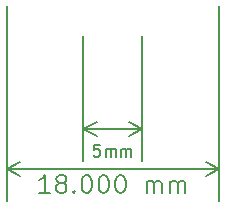
<source format=gbr>
G04 (created by PCBNEW (2013-09-24 BZR 4347)-product) date Wed 25 Sep 2013 05:43:51 PM CEST*
%MOIN*%
G04 Gerber Fmt 3.4, Leading zero omitted, Abs format*
%FSLAX34Y34*%
G01*
G70*
G90*
G04 APERTURE LIST*
%ADD10C,0.005906*%
%ADD11C,0.007874*%
G04 APERTURE END LIST*
G54D10*
G54D11*
X27418Y-30641D02*
X27080Y-30641D01*
X27249Y-30641D02*
X27249Y-30050D01*
X27193Y-30134D01*
X27137Y-30191D01*
X27080Y-30219D01*
X27755Y-30303D02*
X27699Y-30275D01*
X27671Y-30247D01*
X27643Y-30191D01*
X27643Y-30163D01*
X27671Y-30106D01*
X27699Y-30078D01*
X27755Y-30050D01*
X27868Y-30050D01*
X27924Y-30078D01*
X27952Y-30106D01*
X27980Y-30163D01*
X27980Y-30191D01*
X27952Y-30247D01*
X27924Y-30275D01*
X27868Y-30303D01*
X27755Y-30303D01*
X27699Y-30331D01*
X27671Y-30359D01*
X27643Y-30416D01*
X27643Y-30528D01*
X27671Y-30584D01*
X27699Y-30613D01*
X27755Y-30641D01*
X27868Y-30641D01*
X27924Y-30613D01*
X27952Y-30584D01*
X27980Y-30528D01*
X27980Y-30416D01*
X27952Y-30359D01*
X27924Y-30331D01*
X27868Y-30303D01*
X28233Y-30584D02*
X28262Y-30613D01*
X28233Y-30641D01*
X28205Y-30613D01*
X28233Y-30584D01*
X28233Y-30641D01*
X28627Y-30050D02*
X28683Y-30050D01*
X28740Y-30078D01*
X28768Y-30106D01*
X28796Y-30163D01*
X28824Y-30275D01*
X28824Y-30416D01*
X28796Y-30528D01*
X28768Y-30584D01*
X28740Y-30613D01*
X28683Y-30641D01*
X28627Y-30641D01*
X28571Y-30613D01*
X28543Y-30584D01*
X28515Y-30528D01*
X28487Y-30416D01*
X28487Y-30275D01*
X28515Y-30163D01*
X28543Y-30106D01*
X28571Y-30078D01*
X28627Y-30050D01*
X29190Y-30050D02*
X29246Y-30050D01*
X29302Y-30078D01*
X29330Y-30106D01*
X29358Y-30163D01*
X29386Y-30275D01*
X29386Y-30416D01*
X29358Y-30528D01*
X29330Y-30584D01*
X29302Y-30613D01*
X29246Y-30641D01*
X29190Y-30641D01*
X29133Y-30613D01*
X29105Y-30584D01*
X29077Y-30528D01*
X29049Y-30416D01*
X29049Y-30275D01*
X29077Y-30163D01*
X29105Y-30106D01*
X29133Y-30078D01*
X29190Y-30050D01*
X29752Y-30050D02*
X29808Y-30050D01*
X29865Y-30078D01*
X29893Y-30106D01*
X29921Y-30163D01*
X29949Y-30275D01*
X29949Y-30416D01*
X29921Y-30528D01*
X29893Y-30584D01*
X29865Y-30613D01*
X29808Y-30641D01*
X29752Y-30641D01*
X29696Y-30613D01*
X29668Y-30584D01*
X29640Y-30528D01*
X29611Y-30416D01*
X29611Y-30275D01*
X29640Y-30163D01*
X29668Y-30106D01*
X29696Y-30078D01*
X29752Y-30050D01*
X30652Y-30641D02*
X30652Y-30247D01*
X30652Y-30303D02*
X30680Y-30275D01*
X30736Y-30247D01*
X30821Y-30247D01*
X30877Y-30275D01*
X30905Y-30331D01*
X30905Y-30641D01*
X30905Y-30331D02*
X30933Y-30275D01*
X30989Y-30247D01*
X31074Y-30247D01*
X31130Y-30275D01*
X31158Y-30331D01*
X31158Y-30641D01*
X31439Y-30641D02*
X31439Y-30247D01*
X31439Y-30303D02*
X31467Y-30275D01*
X31524Y-30247D01*
X31608Y-30247D01*
X31664Y-30275D01*
X31692Y-30331D01*
X31692Y-30641D01*
X31692Y-30331D02*
X31721Y-30275D01*
X31777Y-30247D01*
X31861Y-30247D01*
X31917Y-30275D01*
X31946Y-30331D01*
X31946Y-30641D01*
X25984Y-29842D02*
X33070Y-29842D01*
X25984Y-24409D02*
X25984Y-30905D01*
X33070Y-24409D02*
X33070Y-30905D01*
X33070Y-29842D02*
X32627Y-30073D01*
X33070Y-29842D02*
X32627Y-29611D01*
X25984Y-29842D02*
X26427Y-30073D01*
X25984Y-29842D02*
X26427Y-29611D01*
X29096Y-29036D02*
X28908Y-29036D01*
X28890Y-29223D01*
X28908Y-29205D01*
X28946Y-29186D01*
X29040Y-29186D01*
X29077Y-29205D01*
X29096Y-29223D01*
X29115Y-29261D01*
X29115Y-29355D01*
X29096Y-29392D01*
X29077Y-29411D01*
X29040Y-29430D01*
X28946Y-29430D01*
X28908Y-29411D01*
X28890Y-29392D01*
X29283Y-29430D02*
X29283Y-29167D01*
X29283Y-29205D02*
X29302Y-29186D01*
X29340Y-29167D01*
X29396Y-29167D01*
X29433Y-29186D01*
X29452Y-29223D01*
X29452Y-29430D01*
X29452Y-29223D02*
X29471Y-29186D01*
X29508Y-29167D01*
X29565Y-29167D01*
X29602Y-29186D01*
X29621Y-29223D01*
X29621Y-29430D01*
X29808Y-29430D02*
X29808Y-29167D01*
X29808Y-29205D02*
X29827Y-29186D01*
X29865Y-29167D01*
X29921Y-29167D01*
X29958Y-29186D01*
X29977Y-29223D01*
X29977Y-29430D01*
X29977Y-29223D02*
X29996Y-29186D01*
X30033Y-29167D01*
X30089Y-29167D01*
X30127Y-29186D01*
X30146Y-29223D01*
X30146Y-29430D01*
X28543Y-28503D02*
X30511Y-28503D01*
X28543Y-25393D02*
X28543Y-29566D01*
X30511Y-25393D02*
X30511Y-29566D01*
X30511Y-28503D02*
X30068Y-28734D01*
X30511Y-28503D02*
X30068Y-28273D01*
X28543Y-28503D02*
X28986Y-28734D01*
X28543Y-28503D02*
X28986Y-28273D01*
M02*

</source>
